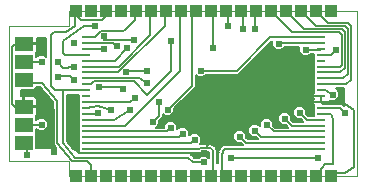
<source format=gtl>
G75*
%MOIN*%
%OFA0B0*%
%FSLAX24Y24*%
%IPPOS*%
%LPD*%
%AMOC8*
5,1,8,0,0,1.08239X$1,22.5*
%
%ADD10C,0.0000*%
%ADD11R,0.0276X0.0079*%
%ADD12R,0.0630X0.0460*%
%ADD13R,0.0396X0.0396*%
%ADD14C,0.0079*%
%ADD15C,0.0051*%
%ADD16C,0.0240*%
D10*
X001026Y001006D02*
X003026Y001006D01*
X003026Y000506D01*
X012626Y000506D01*
X012626Y006006D01*
X003026Y006006D01*
X003026Y005506D01*
X001026Y005506D01*
X001026Y001006D01*
D11*
X003608Y001386D03*
X003608Y001583D03*
X003608Y001779D03*
X003608Y001976D03*
X003608Y002173D03*
X003608Y002370D03*
X003608Y002567D03*
X003608Y002764D03*
X003608Y002961D03*
X003608Y003157D03*
X003608Y003354D03*
X003608Y003551D03*
X003608Y003748D03*
X003608Y003945D03*
X003608Y004142D03*
X003608Y004339D03*
X003608Y004535D03*
X003608Y004732D03*
X003608Y004929D03*
X003608Y005126D03*
X011443Y005126D03*
X011443Y004929D03*
X011443Y004732D03*
X011443Y004535D03*
X011443Y004339D03*
X011443Y004142D03*
X011443Y003945D03*
X011443Y003748D03*
X011443Y003551D03*
X011443Y003354D03*
X011443Y003157D03*
X011443Y002961D03*
X011443Y002764D03*
X011443Y002567D03*
X011443Y002370D03*
X011443Y002173D03*
X011443Y001976D03*
X011443Y001779D03*
X011443Y001583D03*
X011443Y001386D03*
D12*
X001526Y001606D03*
X001526Y002206D03*
X001526Y002806D03*
X001526Y003706D03*
X001526Y004306D03*
X001526Y004906D03*
D13*
X003276Y006006D03*
X003776Y006006D03*
X004276Y006006D03*
X004776Y006006D03*
X005276Y006006D03*
X005776Y006006D03*
X006276Y006006D03*
X006776Y006006D03*
X007276Y006006D03*
X007776Y006006D03*
X008276Y006006D03*
X008776Y006006D03*
X009276Y006006D03*
X009776Y006006D03*
X010276Y006006D03*
X010776Y006006D03*
X011276Y006006D03*
X011776Y006006D03*
X011776Y000506D03*
X011276Y000506D03*
X010776Y000506D03*
X010276Y000506D03*
X009776Y000506D03*
X009276Y000506D03*
X008776Y000506D03*
X008276Y000506D03*
X007776Y000506D03*
X007276Y000506D03*
X006776Y000506D03*
X006276Y000506D03*
X005776Y000506D03*
X005276Y000506D03*
X004776Y000506D03*
X004276Y000506D03*
X003776Y000506D03*
X003275Y000505D03*
D14*
X003226Y001106D02*
X007006Y001106D01*
X007166Y000946D01*
X007526Y000946D01*
X008426Y001106D02*
X011326Y001106D01*
X003608Y003354D02*
X002826Y003354D01*
X002826Y001606D01*
X003226Y001106D01*
X002826Y003354D02*
X002577Y003354D01*
X002426Y003506D01*
X002426Y005206D01*
X002526Y005306D01*
X002926Y005306D01*
X003226Y005506D01*
X003226Y005956D01*
X003276Y005956D02*
X003326Y005906D01*
D15*
X003326Y005806D01*
X003426Y005706D01*
X004126Y005706D01*
X004226Y005806D01*
X004226Y005956D01*
X004276Y006006D01*
X003276Y006006D02*
X003276Y005956D01*
X003226Y005956D02*
X003276Y006006D01*
X003526Y005506D02*
X003906Y005506D01*
X003526Y005506D02*
X002826Y005006D01*
X002826Y004606D01*
X002896Y004535D01*
X003608Y004535D01*
X003608Y004339D02*
X004558Y004339D01*
X004982Y004755D01*
X004642Y004815D02*
X004502Y004929D01*
X003608Y004929D01*
X003608Y004732D02*
X004199Y004732D01*
X004214Y004720D01*
X004192Y005034D02*
X004192Y005155D01*
X004192Y005034D02*
X005213Y005034D01*
X004886Y005366D02*
X004843Y005325D01*
X004766Y005326D01*
X004106Y005326D01*
X003906Y005126D01*
X003608Y005126D01*
X004886Y005366D02*
X005226Y005706D01*
X005226Y005956D01*
X005276Y006006D01*
X005745Y005961D02*
X005776Y006006D01*
X005745Y005961D02*
X005745Y005203D01*
X004695Y004142D01*
X003608Y004142D01*
X003608Y003945D02*
X004665Y003945D01*
X006226Y005506D01*
X006226Y005956D01*
X006276Y006006D01*
X006726Y005956D02*
X006776Y006006D01*
X006726Y005956D02*
X006726Y004006D01*
X004893Y002173D01*
X003608Y002173D01*
X003365Y002150D02*
X002971Y002150D01*
X002971Y002101D02*
X003365Y002101D01*
X003365Y002090D02*
X003380Y002075D01*
X003365Y002059D01*
X003365Y001893D01*
X003380Y001878D01*
X003365Y001863D01*
X003365Y001696D01*
X003380Y001681D01*
X003365Y001666D01*
X003365Y001499D01*
X003380Y001484D01*
X003365Y001469D01*
X003365Y001303D01*
X003417Y001251D01*
X003383Y001251D01*
X003267Y001367D01*
X003171Y001406D01*
X002971Y001657D01*
X002971Y003209D01*
X003365Y003209D01*
X003365Y003074D01*
X003380Y003059D01*
X003365Y003044D01*
X003365Y002877D01*
X003380Y002862D01*
X003365Y002847D01*
X003365Y002681D01*
X003380Y002665D01*
X003365Y002650D01*
X003365Y002484D01*
X003380Y002468D01*
X003365Y002453D01*
X003365Y002287D01*
X003380Y002272D01*
X003365Y002256D01*
X003365Y002090D01*
X003365Y002051D02*
X002971Y002051D01*
X002971Y002001D02*
X003365Y002001D01*
X003365Y001952D02*
X002971Y001952D01*
X002971Y001902D02*
X003365Y001902D01*
X003365Y001852D02*
X002971Y001852D01*
X002971Y001803D02*
X003365Y001803D01*
X003365Y001753D02*
X002971Y001753D01*
X002971Y001703D02*
X003365Y001703D01*
X003365Y001654D02*
X002973Y001654D01*
X003013Y001604D02*
X003365Y001604D01*
X003365Y001554D02*
X003053Y001554D01*
X003092Y001505D02*
X003365Y001505D01*
X003365Y001455D02*
X003132Y001455D01*
X003174Y001405D02*
X003365Y001405D01*
X003365Y001355D02*
X003278Y001355D01*
X003327Y001306D02*
X003365Y001306D01*
X003377Y001256D02*
X003411Y001256D01*
X003386Y001246D02*
X007526Y001246D01*
X007460Y001295D02*
X007694Y001295D01*
X007694Y001096D01*
X007619Y001171D01*
X007432Y001171D01*
X007352Y001091D01*
X007226Y001091D01*
X007066Y001251D01*
X003800Y001251D01*
X003804Y001255D01*
X007420Y001255D01*
X007460Y001295D01*
X007421Y001256D02*
X007694Y001256D01*
X007694Y001206D02*
X007110Y001206D01*
X007160Y001157D02*
X007417Y001157D01*
X007368Y001107D02*
X007209Y001107D01*
X007634Y001157D02*
X007694Y001157D01*
X007694Y001107D02*
X007683Y001107D01*
X007957Y001107D02*
X007994Y001107D01*
X007994Y001057D02*
X007957Y001057D01*
X007957Y001008D02*
X007994Y001008D01*
X007994Y000958D02*
X007957Y000958D01*
X007957Y000931D02*
X007957Y001295D01*
X007967Y001316D01*
X007957Y001347D01*
X007957Y001380D01*
X007940Y001397D01*
X007930Y001426D01*
X007913Y001479D01*
X007864Y001503D01*
X007804Y001534D01*
X007780Y001557D01*
X007757Y001557D01*
X007736Y001567D01*
X007705Y001557D01*
X007396Y001557D01*
X007451Y001612D01*
X007451Y001799D01*
X007319Y001931D01*
X007132Y001931D01*
X007051Y001850D01*
X007051Y001999D01*
X006919Y002131D01*
X006732Y002131D01*
X006651Y002050D01*
X006651Y002199D01*
X006519Y002331D01*
X006332Y002331D01*
X006200Y002199D01*
X006200Y002107D01*
X005946Y002107D01*
X006051Y002212D01*
X006051Y002346D01*
X006080Y002375D01*
X006081Y002375D01*
X006119Y002413D01*
X006157Y002451D01*
X006157Y002452D01*
X006157Y002452D01*
X006157Y002506D01*
X006157Y002556D01*
X006232Y002480D01*
X006419Y002480D01*
X006551Y002612D01*
X006551Y002746D01*
X007180Y003375D01*
X007257Y003451D01*
X007257Y003856D01*
X007332Y003780D01*
X007519Y003780D01*
X007613Y003875D01*
X008680Y003875D01*
X008757Y003951D01*
X009800Y004995D01*
X009800Y004812D01*
X009932Y004680D01*
X010119Y004680D01*
X010237Y004798D01*
X010700Y004798D01*
X010700Y004612D01*
X010832Y004480D01*
X011019Y004480D01*
X011113Y004575D01*
X011200Y004575D01*
X011200Y004452D01*
X011215Y004437D01*
X011200Y004422D01*
X011200Y004255D01*
X011215Y004240D01*
X011200Y004225D01*
X011200Y004059D01*
X011215Y004043D01*
X011200Y004028D01*
X011200Y003862D01*
X011215Y003846D01*
X011200Y003831D01*
X011200Y003665D01*
X011215Y003650D01*
X011200Y003634D01*
X011200Y003468D01*
X011215Y003453D01*
X011200Y003437D01*
X011200Y003271D01*
X011202Y003269D01*
X011188Y003245D01*
X011180Y003213D01*
X011180Y003157D01*
X011180Y003102D01*
X011188Y003070D01*
X011194Y003059D01*
X011188Y003048D01*
X011180Y003016D01*
X011180Y002961D01*
X011443Y002961D01*
X011443Y002961D01*
X011443Y002992D01*
X011443Y003157D01*
X011443Y003157D01*
X011443Y002961D01*
X011706Y002961D01*
X011706Y003006D01*
X011732Y002980D01*
X011919Y002980D01*
X012051Y003112D01*
X012051Y003299D01*
X011931Y003420D01*
X012200Y003420D01*
X012200Y002831D01*
X012186Y002831D01*
X012122Y002895D01*
X012013Y002895D01*
X011704Y002895D01*
X011706Y002905D01*
X011706Y002961D01*
X011443Y002961D01*
X011443Y002961D01*
X011443Y002961D01*
X011443Y003157D01*
X011180Y003157D01*
X011443Y003157D01*
X011443Y003157D01*
X011443Y003144D02*
X011443Y003144D01*
X011443Y003094D02*
X011443Y003094D01*
X011443Y003045D02*
X011443Y003045D01*
X011443Y002995D02*
X011443Y002995D01*
X011443Y002961D02*
X011498Y002906D01*
X012226Y002906D01*
X012526Y002706D01*
X012526Y000806D01*
X012226Y000606D01*
X011926Y000606D01*
X011826Y000506D01*
X011776Y000506D01*
X011576Y000906D02*
X011276Y000506D01*
X011576Y000906D02*
X011826Y000906D01*
X011826Y002406D01*
X011765Y002567D01*
X011443Y002567D01*
X011200Y002548D02*
X010969Y002548D01*
X010951Y002566D02*
X011016Y002501D01*
X011200Y002501D01*
X011200Y002650D01*
X011215Y002665D01*
X011200Y002681D01*
X011200Y002847D01*
X011202Y002849D01*
X011188Y002873D01*
X011180Y002905D01*
X011180Y002961D01*
X011443Y002961D01*
X011706Y002945D02*
X012200Y002945D01*
X012200Y002896D02*
X011704Y002896D01*
X011706Y002995D02*
X011717Y002995D01*
X011934Y002995D02*
X012200Y002995D01*
X012200Y003045D02*
X011983Y003045D01*
X012033Y003094D02*
X012200Y003094D01*
X012200Y003144D02*
X012051Y003144D01*
X012051Y003194D02*
X012200Y003194D01*
X012200Y003243D02*
X012051Y003243D01*
X012051Y003293D02*
X012200Y003293D01*
X012200Y003343D02*
X012008Y003343D01*
X011958Y003392D02*
X012200Y003392D01*
X012271Y003551D02*
X012426Y003706D01*
X012426Y005506D01*
X012326Y005606D01*
X011676Y005606D01*
X011276Y006006D01*
X011276Y005506D02*
X010776Y006006D01*
X010276Y006006D02*
X010876Y005406D01*
X012126Y005406D01*
X012226Y005306D01*
X012226Y004106D01*
X012065Y003945D01*
X011443Y003945D01*
X011200Y003939D02*
X008744Y003939D01*
X008695Y003889D02*
X011200Y003889D01*
X011208Y003840D02*
X007578Y003840D01*
X007529Y003790D02*
X011200Y003790D01*
X011200Y003740D02*
X007257Y003740D01*
X007257Y003691D02*
X011200Y003691D01*
X011206Y003641D02*
X007257Y003641D01*
X007257Y003591D02*
X011200Y003591D01*
X011200Y003541D02*
X007257Y003541D01*
X007257Y003492D02*
X011200Y003492D01*
X011204Y003442D02*
X007247Y003442D01*
X007198Y003392D02*
X011200Y003392D01*
X011200Y003343D02*
X007148Y003343D01*
X007098Y003293D02*
X011200Y003293D01*
X011188Y003243D02*
X007049Y003243D01*
X006999Y003194D02*
X011180Y003194D01*
X011180Y003144D02*
X006949Y003144D01*
X006900Y003094D02*
X011181Y003094D01*
X011187Y003045D02*
X006850Y003045D01*
X006800Y002995D02*
X011180Y002995D01*
X011180Y002945D02*
X006751Y002945D01*
X006701Y002896D02*
X011182Y002896D01*
X011200Y002846D02*
X006651Y002846D01*
X006602Y002796D02*
X010597Y002796D01*
X010632Y002831D02*
X010500Y002699D01*
X010500Y002512D01*
X010632Y002380D01*
X010766Y002380D01*
X010842Y002304D01*
X010513Y002304D01*
X010451Y002366D01*
X010451Y002499D01*
X010319Y002631D01*
X010132Y002631D01*
X010000Y002499D01*
X010000Y002312D01*
X010132Y002180D01*
X010266Y002180D01*
X010338Y002107D01*
X009909Y002107D01*
X009851Y002166D01*
X009851Y002299D01*
X009719Y002431D01*
X009532Y002431D01*
X009400Y002299D01*
X009400Y002150D01*
X009319Y002231D01*
X009132Y002231D01*
X009000Y002099D01*
X009000Y001912D01*
X009132Y001780D01*
X009266Y001780D01*
X009332Y001714D01*
X009003Y001714D01*
X008951Y001766D01*
X008951Y001899D01*
X008819Y002031D01*
X008632Y002031D01*
X008500Y001899D01*
X008500Y001712D01*
X008632Y001580D01*
X008766Y001580D01*
X008829Y001517D01*
X008233Y001517D01*
X008209Y001528D01*
X008181Y001517D01*
X008151Y001517D01*
X008132Y001498D01*
X008108Y001489D01*
X008096Y001461D01*
X008074Y001440D01*
X008074Y001414D01*
X008016Y001281D01*
X007994Y001260D01*
X007994Y001234D01*
X007984Y001209D01*
X007994Y001181D01*
X007994Y000931D01*
X007957Y000931D01*
X007957Y001157D02*
X007994Y001157D01*
X007985Y001206D02*
X007957Y001206D01*
X007957Y001256D02*
X007994Y001256D01*
X007962Y001306D02*
X008026Y001306D01*
X008049Y001355D02*
X007957Y001355D01*
X007937Y001405D02*
X008071Y001405D01*
X008089Y001455D02*
X007921Y001455D01*
X007913Y001479D02*
X007913Y001479D01*
X007913Y001479D01*
X007861Y001505D02*
X008139Y001505D01*
X008206Y001386D02*
X008126Y001206D01*
X008126Y000656D01*
X008276Y000506D01*
X007826Y000556D02*
X007776Y000506D01*
X007826Y000556D02*
X007826Y001326D01*
X007806Y001386D01*
X007726Y001426D01*
X007406Y001426D01*
X007366Y001386D01*
X003608Y001386D01*
X003386Y001246D02*
X003226Y001406D01*
X003226Y001482D01*
X003608Y001583D02*
X007102Y001583D01*
X007226Y001706D01*
X007451Y001703D02*
X008509Y001703D01*
X008500Y001753D02*
X007451Y001753D01*
X007448Y001803D02*
X008500Y001803D01*
X008500Y001852D02*
X007398Y001852D01*
X007348Y001902D02*
X008503Y001902D01*
X008552Y001952D02*
X007051Y001952D01*
X007049Y002001D02*
X008602Y002001D01*
X008849Y002001D02*
X009000Y002001D01*
X009000Y001952D02*
X008899Y001952D01*
X008948Y001902D02*
X009010Y001902D01*
X009060Y001852D02*
X008951Y001852D01*
X008951Y001803D02*
X009110Y001803D01*
X008964Y001753D02*
X009293Y001753D01*
X009452Y001779D02*
X009226Y002006D01*
X009000Y002051D02*
X006999Y002051D01*
X006950Y002101D02*
X009001Y002101D01*
X009051Y002150D02*
X006651Y002150D01*
X006651Y002101D02*
X006701Y002101D01*
X006651Y002051D02*
X006652Y002051D01*
X006426Y002106D02*
X006296Y001976D01*
X003608Y001976D01*
X003608Y001779D02*
X006699Y001779D01*
X006826Y001906D01*
X007051Y001902D02*
X007103Y001902D01*
X007053Y001852D02*
X007051Y001852D01*
X007451Y001654D02*
X008559Y001654D01*
X008608Y001604D02*
X007443Y001604D01*
X007628Y001486D02*
X007786Y001666D01*
X007783Y001554D02*
X008792Y001554D01*
X008949Y001583D02*
X008726Y001806D01*
X008949Y001583D02*
X011443Y001583D01*
X011443Y001779D02*
X009452Y001779D01*
X009855Y001976D02*
X009626Y002206D01*
X009400Y002200D02*
X009350Y002200D01*
X009400Y002250D02*
X006601Y002250D01*
X006650Y002200D02*
X009101Y002200D01*
X009400Y002299D02*
X006551Y002299D01*
X006300Y002299D02*
X006051Y002299D01*
X006051Y002250D02*
X006250Y002250D01*
X006201Y002200D02*
X006039Y002200D01*
X005989Y002150D02*
X006200Y002150D01*
X006054Y002349D02*
X009450Y002349D01*
X009500Y002399D02*
X006104Y002399D01*
X006154Y002448D02*
X010000Y002448D01*
X010000Y002399D02*
X009752Y002399D01*
X009801Y002349D02*
X010000Y002349D01*
X010013Y002299D02*
X009851Y002299D01*
X009851Y002250D02*
X010063Y002250D01*
X010112Y002200D02*
X009851Y002200D01*
X009867Y002150D02*
X010296Y002150D01*
X010458Y002173D02*
X010226Y002406D01*
X010451Y002399D02*
X010614Y002399D01*
X010564Y002448D02*
X010451Y002448D01*
X010451Y002498D02*
X010514Y002498D01*
X010500Y002548D02*
X010403Y002548D01*
X010353Y002598D02*
X010500Y002598D01*
X010500Y002647D02*
X006551Y002647D01*
X006551Y002697D02*
X010500Y002697D01*
X010547Y002747D02*
X006552Y002747D01*
X006326Y002706D02*
X007126Y003506D01*
X007126Y005856D01*
X007276Y006006D01*
X007776Y006006D02*
X007826Y005956D01*
X007826Y004755D01*
X008993Y004187D02*
X011200Y004187D01*
X011200Y004138D02*
X008943Y004138D01*
X008893Y004088D02*
X011200Y004088D01*
X011210Y004038D02*
X008844Y004038D01*
X008794Y003989D02*
X011200Y003989D01*
X011443Y004142D02*
X012061Y004142D01*
X012126Y004206D01*
X012126Y005206D01*
X012026Y005306D01*
X010476Y005306D01*
X009776Y006006D01*
X009276Y006006D02*
X009226Y005956D01*
X009226Y005406D01*
X008826Y005406D02*
X008826Y005956D01*
X008776Y006006D01*
X008326Y005956D02*
X008276Y006006D01*
X008326Y005956D02*
X008326Y005506D01*
X009638Y004833D02*
X009800Y004833D01*
X009800Y004883D02*
X009688Y004883D01*
X009738Y004933D02*
X009800Y004933D01*
X009800Y004982D02*
X009787Y004982D01*
X009746Y005126D02*
X008626Y004006D01*
X007426Y004006D01*
X007273Y003840D02*
X007257Y003840D01*
X007257Y003790D02*
X007323Y003790D01*
X006426Y004006D02*
X006426Y005006D01*
X006426Y004006D02*
X005626Y003206D01*
X005186Y003646D01*
X003866Y003646D01*
X003771Y003551D01*
X003608Y003551D01*
X003608Y003748D02*
X005383Y003748D01*
X005626Y003606D01*
X005626Y004006D02*
X004926Y004006D01*
X004929Y004010D01*
X004929Y003961D01*
X004766Y003466D02*
X004046Y003466D01*
X004766Y003466D02*
X004826Y003406D01*
X005226Y003106D02*
X005080Y002961D01*
X003608Y002961D01*
X003365Y002945D02*
X002971Y002945D01*
X002971Y002896D02*
X003365Y002896D01*
X003365Y002846D02*
X002971Y002846D01*
X002971Y002796D02*
X003365Y002796D01*
X003365Y002747D02*
X002971Y002747D01*
X002971Y002697D02*
X003365Y002697D01*
X003365Y002647D02*
X002971Y002647D01*
X002971Y002598D02*
X003365Y002598D01*
X003365Y002548D02*
X002971Y002548D01*
X002971Y002498D02*
X003365Y002498D01*
X003365Y002448D02*
X002971Y002448D01*
X002971Y002399D02*
X003365Y002399D01*
X003365Y002349D02*
X002971Y002349D01*
X002971Y002299D02*
X003365Y002299D01*
X003365Y002250D02*
X002971Y002250D01*
X002971Y002200D02*
X003365Y002200D01*
X003608Y002370D02*
X004522Y002369D01*
X005083Y002706D01*
X004444Y002708D02*
X003988Y002835D01*
X003608Y002764D01*
X003608Y002567D02*
X003939Y002561D01*
X003998Y002590D01*
X003365Y002995D02*
X002971Y002995D01*
X002971Y003045D02*
X003366Y003045D01*
X003365Y003094D02*
X002971Y003094D01*
X002971Y003144D02*
X003365Y003144D01*
X003365Y003194D02*
X002971Y003194D01*
X002626Y003006D02*
X002126Y003606D01*
X001626Y003606D01*
X001526Y003706D01*
X001946Y003475D02*
X002064Y003475D01*
X002494Y002958D01*
X002494Y001612D01*
X002490Y001564D01*
X002494Y001558D01*
X002494Y001551D01*
X002529Y001517D01*
X002600Y001431D01*
X001946Y001431D01*
X001946Y001880D01*
X001920Y001906D01*
X001946Y001932D01*
X001946Y002066D01*
X002032Y001980D01*
X002219Y001980D01*
X002351Y002112D01*
X002351Y002299D01*
X002219Y002431D01*
X002032Y002431D01*
X001946Y002345D01*
X001946Y002480D01*
X001934Y002492D01*
X001941Y002499D01*
X001958Y002527D01*
X001966Y002559D01*
X001966Y002780D01*
X001551Y002780D01*
X001551Y002831D01*
X001966Y002831D01*
X001966Y003052D01*
X001958Y003084D01*
X001941Y003113D01*
X001918Y003136D01*
X001889Y003153D01*
X001857Y003161D01*
X001551Y003161D01*
X001551Y002831D01*
X001500Y002831D01*
X001500Y003161D01*
X001451Y003161D01*
X001451Y003370D01*
X001884Y003370D01*
X001946Y003432D01*
X001946Y003475D01*
X001946Y003442D02*
X002091Y003442D01*
X002133Y003392D02*
X001907Y003392D01*
X002174Y003343D02*
X001451Y003343D01*
X001451Y003293D02*
X002215Y003293D01*
X002257Y003243D02*
X001451Y003243D01*
X001451Y003194D02*
X002298Y003194D01*
X002340Y003144D02*
X001904Y003144D01*
X001952Y003094D02*
X002381Y003094D01*
X002422Y003045D02*
X001966Y003045D01*
X001966Y002995D02*
X002464Y002995D01*
X002494Y002945D02*
X001966Y002945D01*
X001966Y002896D02*
X002494Y002896D01*
X002494Y002846D02*
X001966Y002846D01*
X001966Y002747D02*
X002494Y002747D01*
X002494Y002796D02*
X001551Y002796D01*
X001526Y002806D02*
X002426Y002806D01*
X002526Y002706D01*
X002526Y001306D01*
X002581Y001455D02*
X001946Y001455D01*
X001946Y001505D02*
X002539Y001505D01*
X002494Y001554D02*
X001946Y001554D01*
X001946Y001604D02*
X002494Y001604D01*
X002494Y001654D02*
X001946Y001654D01*
X001946Y001703D02*
X002494Y001703D01*
X002494Y001753D02*
X001946Y001753D01*
X001946Y001803D02*
X002494Y001803D01*
X002494Y001852D02*
X001946Y001852D01*
X001924Y001902D02*
X002494Y001902D01*
X002494Y001952D02*
X001946Y001952D01*
X001946Y002001D02*
X002011Y002001D01*
X001961Y002051D02*
X001946Y002051D01*
X002126Y002206D02*
X001526Y002206D01*
X001946Y002349D02*
X001950Y002349D01*
X001946Y002399D02*
X002000Y002399D01*
X001946Y002448D02*
X002494Y002448D01*
X002494Y002399D02*
X002252Y002399D01*
X002301Y002349D02*
X002494Y002349D01*
X002494Y002299D02*
X002351Y002299D01*
X002351Y002250D02*
X002494Y002250D01*
X002494Y002200D02*
X002351Y002200D01*
X002351Y002150D02*
X002494Y002150D01*
X002494Y002101D02*
X002339Y002101D01*
X002290Y002051D02*
X002494Y002051D01*
X002494Y002001D02*
X002240Y002001D01*
X002626Y001606D02*
X002626Y003006D01*
X002494Y002697D02*
X001966Y002697D01*
X001966Y002647D02*
X002494Y002647D01*
X002494Y002598D02*
X001966Y002598D01*
X001963Y002548D02*
X002494Y002548D01*
X002494Y002498D02*
X001941Y002498D01*
X001526Y002806D02*
X001226Y002806D01*
X001126Y002906D01*
X001126Y004806D01*
X001226Y004906D01*
X001526Y004906D01*
X001551Y004883D02*
X002281Y004883D01*
X002281Y004933D02*
X001966Y004933D01*
X001966Y004931D02*
X001966Y005080D01*
X002281Y005080D01*
X002281Y004470D01*
X002219Y004531D01*
X002032Y004531D01*
X001946Y004445D01*
X001946Y004580D01*
X001934Y004592D01*
X001941Y004599D01*
X001958Y004627D01*
X001966Y004659D01*
X001966Y004880D01*
X001551Y004880D01*
X001551Y004931D01*
X001966Y004931D01*
X001966Y004982D02*
X002281Y004982D01*
X002281Y005032D02*
X001966Y005032D01*
X001966Y004833D02*
X002281Y004833D01*
X002281Y004783D02*
X001966Y004783D01*
X001966Y004734D02*
X002281Y004734D01*
X002281Y004684D02*
X001966Y004684D01*
X001960Y004634D02*
X002281Y004634D01*
X002281Y004585D02*
X001941Y004585D01*
X001946Y004535D02*
X002281Y004535D01*
X002281Y004485D02*
X002265Y004485D01*
X002126Y004306D02*
X001526Y004306D01*
X001946Y004485D02*
X001986Y004485D01*
X002673Y004306D02*
X002826Y004106D01*
X003199Y004110D01*
X003071Y003841D02*
X002729Y003841D01*
X002657Y003801D01*
X003071Y003841D02*
X003206Y003706D01*
X001551Y003144D02*
X001500Y003144D01*
X001500Y003094D02*
X001551Y003094D01*
X001551Y003045D02*
X001500Y003045D01*
X001500Y002995D02*
X001551Y002995D01*
X001551Y002945D02*
X001500Y002945D01*
X001500Y002896D02*
X001551Y002896D01*
X001551Y002846D02*
X001500Y002846D01*
X001526Y001606D02*
X001626Y001506D01*
X001626Y001206D01*
X002626Y001606D02*
X003126Y001006D01*
X003626Y001006D01*
X003776Y000855D01*
X003776Y000506D01*
X005826Y002306D02*
X006026Y002506D01*
X006023Y002956D01*
X006157Y002548D02*
X006165Y002548D01*
X006157Y002498D02*
X006214Y002498D01*
X006437Y002498D02*
X010000Y002498D01*
X010049Y002548D02*
X006487Y002548D01*
X006536Y002598D02*
X010098Y002598D01*
X010468Y002349D02*
X010797Y002349D01*
X010961Y002370D02*
X010726Y002606D01*
X010951Y002598D02*
X011200Y002598D01*
X011200Y002647D02*
X010951Y002647D01*
X010951Y002697D02*
X011200Y002697D01*
X011200Y002747D02*
X010904Y002747D01*
X010951Y002699D02*
X010819Y002831D01*
X010632Y002831D01*
X010854Y002796D02*
X011200Y002796D01*
X011443Y002764D02*
X012068Y002764D01*
X012226Y002606D01*
X012200Y002846D02*
X012171Y002846D01*
X011826Y003206D02*
X011577Y003354D01*
X011443Y003354D01*
X011443Y003551D02*
X012271Y003551D01*
X012168Y003748D02*
X012326Y003906D01*
X012326Y005406D01*
X012226Y005506D01*
X011276Y005506D01*
X011443Y005126D02*
X009746Y005126D01*
X010026Y004906D02*
X010049Y004929D01*
X011443Y004929D01*
X011443Y004732D02*
X011417Y004706D01*
X010926Y004706D01*
X010700Y004684D02*
X010123Y004684D01*
X010173Y004734D02*
X010700Y004734D01*
X010700Y004783D02*
X010222Y004783D01*
X009928Y004684D02*
X009489Y004684D01*
X009440Y004634D02*
X010700Y004634D01*
X010728Y004585D02*
X009390Y004585D01*
X009340Y004535D02*
X010777Y004535D01*
X010827Y004485D02*
X009291Y004485D01*
X009241Y004436D02*
X011214Y004436D01*
X011200Y004485D02*
X011024Y004485D01*
X011074Y004535D02*
X011200Y004535D01*
X011200Y004386D02*
X009191Y004386D01*
X009142Y004336D02*
X011200Y004336D01*
X011200Y004287D02*
X009092Y004287D01*
X009042Y004237D02*
X011212Y004237D01*
X011443Y004535D02*
X011755Y004535D01*
X011926Y004706D01*
X012168Y003748D02*
X011443Y003748D01*
X009879Y004734D02*
X009539Y004734D01*
X009589Y004783D02*
X009829Y004783D01*
X010951Y002699D02*
X010951Y002566D01*
X010961Y002370D02*
X011443Y002370D01*
X011443Y002173D02*
X010458Y002173D01*
X009855Y001976D02*
X011443Y001976D01*
X011443Y001386D02*
X008206Y001386D01*
D16*
X007786Y001666D03*
X007226Y001706D03*
X006826Y001906D03*
X006426Y002106D03*
X005826Y002306D03*
X006326Y002706D03*
X006023Y002956D03*
X005226Y003106D03*
X004826Y003406D03*
X004046Y003466D03*
X003206Y003706D03*
X002657Y003801D03*
X003199Y004110D03*
X002673Y004306D03*
X002126Y004306D03*
X003198Y004910D03*
X004192Y005155D03*
X003906Y005506D03*
X005213Y005034D03*
X004982Y004755D03*
X004642Y004815D03*
X004214Y004720D03*
X005626Y004006D03*
X005626Y003606D03*
X004929Y003961D03*
X006426Y005006D03*
X007826Y004755D03*
X008826Y005406D03*
X009226Y005406D03*
X008326Y005506D03*
X010026Y004906D03*
X010926Y004706D03*
X011926Y004706D03*
X011826Y003206D03*
X012226Y002606D03*
X010726Y002606D03*
X010226Y002406D03*
X009626Y002206D03*
X009226Y002006D03*
X008726Y001806D03*
X007526Y001246D03*
X007526Y000946D03*
X008426Y001106D03*
X011326Y001106D03*
X007426Y004006D03*
X005083Y002706D03*
X004444Y002708D03*
X003998Y002590D03*
X002126Y002206D03*
X003226Y001482D03*
X002526Y001306D03*
X001626Y001206D03*
M02*

</source>
